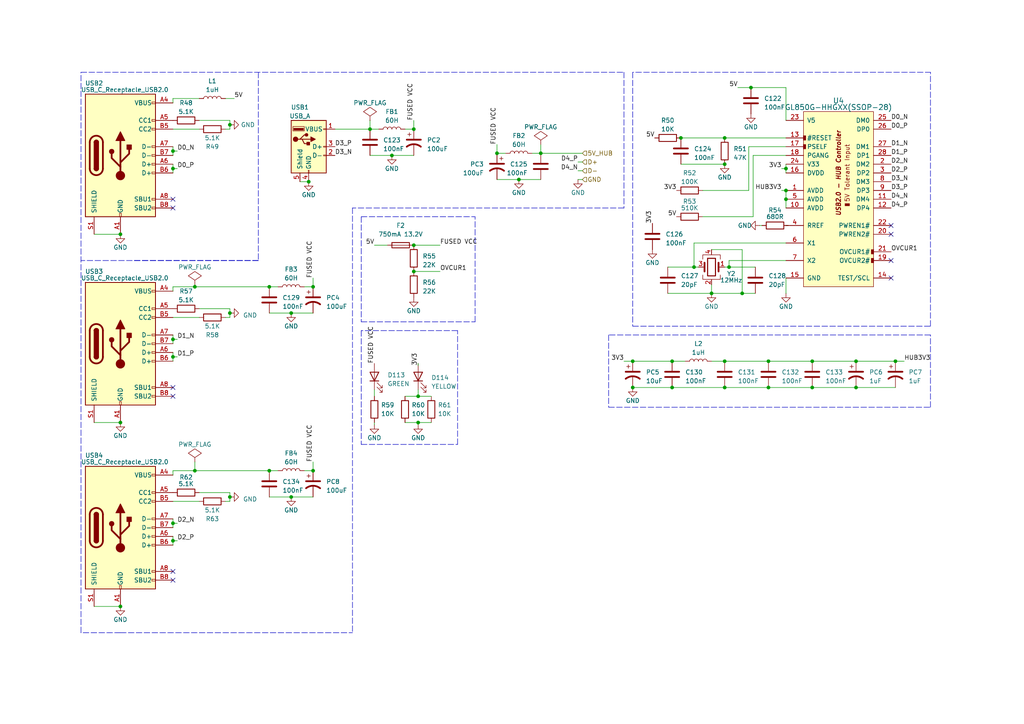
<source format=kicad_sch>
(kicad_sch (version 20230121) (generator eeschema)
  (paper "A4")
  (lib_symbols
    (symbol "Connector:USB_A" (pin_names (offset 1.016))
      (property "Reference" "J" (at -5.08 11.43 0))
      (property "Value" "USB_A" (at -5.08 8.89 0))
      (symbol "USB_A_0_1"
        (rectangle (start -5.08 -7.62) (end 5.08 7.62) (stroke (width 0.254)) (fill (type background)))
        (circle (center -3.81 2.159) (radius 0.635) (stroke (width 0.254)) (fill (type outline)))
        (rectangle (start -1.524 4.826) (end -4.318 5.334) (fill (type outline)))
        (rectangle (start -1.27 4.572) (end -4.572 5.842))
        (circle (center -0.635 3.429) (radius 0.381) (stroke (width 0.254)) (fill (type outline)))
        (rectangle (start -0.127 -7.62) (end 0.127 -6.858))
        (polyline (pts (xy -3.175 2.159) (xy -2.54 2.159) (xy -1.27 3.429) (xy -0.635 3.429)) (stroke (width 0.254)))
        (polyline (pts (xy -2.54 2.159) (xy -1.905 2.159) (xy -1.27 0.889) (xy 0 0.889)) (stroke (width 0.254)))
        (polyline (pts (xy 0.635 2.794) (xy 0.635 1.524) (xy 1.905 2.159) (xy 0.635 2.794)) (stroke (width 0.254)) (fill (type outline)))
        (rectangle (start 0.254 1.27) (end -0.508 0.508) (stroke (width 0.254)) (fill (type outline)))
        (rectangle (start 5.08 -2.667) (end 4.318 -2.413))
        (rectangle (start 5.08 -0.127) (end 4.318 0.127))
        (rectangle (start 5.08 4.953) (end 4.318 5.207))
      )
      (symbol "USB_A_1_1"
        (polyline (pts (xy -1.905 2.159) (xy 0.635 2.159)) (stroke (width 0.254)))
        (pin power_in line (at 7.62 5.08 180) (length 2.54) (name "VBUS") (number "1"))
        (pin bidirectional line (at 7.62 -2.54 180) (length 2.54) (name "D-") (number "2"))
        (pin bidirectional line (at 7.62 0 180) (length 2.54) (name "D+") (number "3"))
        (pin power_in line (at 0 -10.16 90) (length 2.54) (name "GND") (number "4"))
        (pin passive line (at -2.54 -10.16 90) (length 2.54) (name "Shield") (number "5"))
      )
    )
    (symbol "Connector:USB_C_Receptacle_USB2.0" (pin_names (offset 1.016))
      (property "Reference" "J" (at -10.16 19.05 0))
      (property "Value" "USB_C_Receptacle_USB2.0" (at 19.05 19.05 0))
      (symbol "USB_C_Receptacle_USB2.0_0_0"
        (rectangle (start -0.254 -17.78) (end 0.254 -16.764))
        (rectangle (start 10.16 -14.986) (end 9.144 -15.494))
        (rectangle (start 10.16 -12.446) (end 9.144 -12.954))
        (rectangle (start 10.16 -4.826) (end 9.144 -5.334))
        (rectangle (start 10.16 -2.286) (end 9.144 -2.794))
        (rectangle (start 10.16 0.254) (end 9.144 -0.254))
        (rectangle (start 10.16 2.794) (end 9.144 2.286))
        (rectangle (start 10.16 7.874) (end 9.144 7.366))
        (rectangle (start 10.16 10.414) (end 9.144 9.906))
        (rectangle (start 10.16 15.494) (end 9.144 14.986))
      )
      (symbol "USB_C_Receptacle_USB2.0_0_1"
        (rectangle (start -10.16 17.78) (end 10.16 -17.78) (stroke (width 0.254)) (fill (type background)))
        (arc (start -8.89 -3.81) (mid -6.985 -5.7067) (end -5.08 -3.81) (stroke (width 0.508)))
        (arc (start -7.62 -3.81) (mid -6.985 -4.4423) (end -6.35 -3.81) (stroke (width 0.254)))
        (arc (start -7.62 -3.81) (mid -6.985 -4.4423) (end -6.35 -3.81) (stroke (width 0.254)) (fill (type outline)))
        (rectangle (start -7.62 -3.81) (end -6.35 3.81) (stroke (width 0.254)) (fill (type outline)))
        (arc (start -6.35 3.81) (mid -6.985 4.4423) (end -7.62 3.81) (stroke (width 0.254)))
        (arc (start -6.35 3.81) (mid -6.985 4.4423) (end -7.62 3.81) (stroke (width 0.254)) (fill (type outline)))
        (arc (start -5.08 3.81) (mid -6.985 5.7067) (end -8.89 3.81) (stroke (width 0.508)))
        (circle (center -2.54 1.143) (radius 0.635) (stroke (width 0.254)) (fill (type outline)))
        (circle (center 0 -5.842) (radius 1.27) (fill (type outline)))
        (polyline (pts (xy -8.89 -3.81) (xy -8.89 3.81)) (stroke (width 0.508)))
        (polyline (pts (xy -5.08 3.81) (xy -5.08 -3.81)) (stroke (width 0.508)))
        (polyline (pts (xy 0 -5.842) (xy 0 4.318)) (stroke (width 0.508)))
        (polyline (pts (xy 0 -3.302) (xy -2.54 -0.762) (xy -2.54 0.508)) (stroke (width 0.508)))
        (polyline (pts (xy 0 -2.032) (xy 2.54 0.508) (xy 2.54 1.778)) (stroke (width 0.508)))
        (polyline (pts (xy -1.27 4.318) (xy 0 6.858) (xy 1.27 4.318) (xy -1.27 4.318)) (stroke (width 0.254)) (fill (type outline)))
        (rectangle (start 1.905 1.778) (end 3.175 3.048) (stroke (width 0.254)) (fill (type outline)))
      )
      (symbol "USB_C_Receptacle_USB2.0_1_1"
        (pin passive line (at 0 -22.86 90) (length 5.08) (name "GND") (number "A1"))
        (pin passive line (at 0 -22.86 90) (length 5.08) hide (name "GND") (number "A12"))
        (pin passive line (at 15.24 15.24 180) (length 5.08) (name "VBUS") (number "A4"))
        (pin bidirectional line (at 15.24 10.16 180) (length 5.08) (name "CC1") (number "A5"))
        (pin bidirectional line (at 15.24 -2.54 180) (length 5.08) (name "D+") (number "A6"))
        (pin bidirectional line (at 15.24 2.54 180) (length 5.08) (name "D-") (number "A7"))
        (pin bidirectional line (at 15.24 -12.7 180) (length 5.08) (name "SBU1") (number "A8"))
        (pin passive line (at 15.24 15.24 180) (length 5.08) hide (name "VBUS") (number "A9"))
        (pin passive line (at 0 -22.86 90) (length 5.08) hide (name "GND") (number "B1"))
        (pin passive line (at 0 -22.86 90) (length 5.08) hide (name "GND") (number "B12"))
        (pin passive line (at 15.24 15.24 180) (length 5.08) hide (name "VBUS") (number "B4"))
        (pin bidirectional line (at 15.24 7.62 180) (length 5.08) (name "CC2") (number "B5"))
        (pin bidirectional line (at 15.24 -5.08 180) (length 5.08) (name "D+") (number "B6"))
        (pin bidirectional line (at 15.24 0 180) (length 5.08) (name "D-") (number "B7"))
        (pin bidirectional line (at 15.24 -15.24 180) (length 5.08) (name "SBU2") (number "B8"))
        (pin passive line (at 15.24 15.24 180) (length 5.08) hide (name "VBUS") (number "B9"))
        (pin passive line (at -7.62 -22.86 90) (length 5.08) (name "SHIELD") (number "S1"))
      )
    )
    (symbol "Device:C" (pin_numbers hide) (pin_names (offset 0.254))
      (property "Reference" "C" (at 0.635 2.54 0))
      (property "Value" "C" (at 0.635 -2.54 0))
      (symbol "C_0_1"
        (polyline (pts (xy -2.032 -0.762) (xy 2.032 -0.762)) (stroke (width 0.508)))
        (polyline (pts (xy -2.032 0.762) (xy 2.032 0.762)) (stroke (width 0.508)))
      )
      (symbol "C_1_1"
        (pin passive line (at 0 3.81 270) (length 2.794) (name "~") (number "1"))
        (pin passive line (at 0 -3.81 90) (length 2.794) (name "~") (number "2"))
      )
    )
    (symbol "Device:C_Polarized_US" (pin_numbers hide) (pin_names (offset 0.254) hide)
      (property "Reference" "C" (at 0.635 2.54 0))
      (property "Value" "C_Polarized_US" (at 0.635 -2.54 0))
      (symbol "C_Polarized_US_0_1"
        (polyline (pts (xy -2.032 0.762) (xy 2.032 0.762)) (stroke (width 0.508)))
        (polyline (pts (xy -1.778 2.286) (xy -0.762 2.286)))
        (polyline (pts (xy -1.27 1.778) (xy -1.27 2.794)))
        (arc (start 2.032 -1.27) (mid 0 -0.5572) (end -2.032 -1.27) (stroke (width 0.508)))
      )
      (symbol "C_Polarized_US_1_1"
        (pin passive line (at 0 3.81 270) (length 2.794) (name "~") (number "1"))
        (pin passive line (at 0 -3.81 90) (length 3.302) (name "~") (number "2"))
      )
    )
    (symbol "Device:Crystal_GND24" (pin_names (offset 1.016) hide)
      (property "Reference" "Y" (at 3.175 5.08 0))
      (property "Value" "Crystal_GND24" (at 3.175 3.175 0))
      (symbol "Crystal_GND24_0_1"
        (rectangle (start -1.143 2.54) (end 1.143 -2.54) (stroke (width 0.3048)))
        (polyline (pts (xy -2.54 0) (xy -2.032 0)))
        (polyline (pts (xy -2.032 -1.27) (xy -2.032 1.27)) (stroke (width 0.508)))
        (polyline (pts (xy 0 -3.81) (xy 0 -3.556)))
        (polyline (pts (xy 0 3.556) (xy 0 3.81)))
        (polyline (pts (xy 2.032 -1.27) (xy 2.032 1.27)) (stroke (width 0.508)))
        (polyline (pts (xy 2.032 0) (xy 2.54 0)))
        (polyline (pts (xy -2.54 -2.286) (xy -2.54 -3.556) (xy 2.54 -3.556) (xy 2.54 -2.286)))
        (polyline (pts (xy -2.54 2.286) (xy -2.54 3.556) (xy 2.54 3.556) (xy 2.54 2.286)))
      )
      (symbol "Crystal_GND24_1_1"
        (pin passive line (at -3.81 0 0) (length 1.27) (name "1") (number "1"))
        (pin passive line (at 0 5.08 270) (length 1.27) (name "2") (number "2"))
        (pin passive line (at 3.81 0 180) (length 1.27) (name "3") (number "3"))
        (pin passive line (at 0 -5.08 90) (length 1.27) (name "4") (number "4"))
      )
    )
    (symbol "Device:Fuse" (pin_numbers hide) (pin_names (offset 0))
      (property "Reference" "F" (at 2.032 0 90))
      (property "Value" "Fuse" (at -1.905 0 90))
      (symbol "Fuse_0_1"
        (rectangle (start -0.762 -2.54) (end 0.762 2.54) (stroke (width 0.254)))
        (polyline (pts (xy 0 2.54) (xy 0 -2.54)))
      )
      (symbol "Fuse_1_1"
        (pin passive line (at 0 3.81 270) (length 1.27) (name "~") (number "1"))
        (pin passive line (at 0 -3.81 90) (length 1.27) (name "~") (number "2"))
      )
    )
    (symbol "Device:L" (pin_numbers hide) (pin_names (offset 1.016) hide)
      (property "Reference" "L" (at -1.27 0 90))
      (property "Value" "L" (at 1.905 0 90))
      (symbol "L_0_1"
        (arc (start 0 -2.54) (mid 0.6323 -1.905) (end 0 -1.27))
        (arc (start 0 -1.27) (mid 0.6323 -0.635) (end 0 0))
        (arc (start 0 0) (mid 0.6323 0.635) (end 0 1.27))
        (arc (start 0 1.27) (mid 0.6323 1.905) (end 0 2.54))
      )
      (symbol "L_1_1"
        (pin passive line (at 0 3.81 270) (length 1.27) (name "1") (number "1"))
        (pin passive line (at 0 -3.81 90) (length 1.27) (name "2") (number "2"))
      )
    )
    (symbol "Device:LED" (pin_numbers hide) (pin_names (offset 1.016) hide)
      (property "Reference" "D" (at 0 2.54 0))
      (property "Value" "LED" (at 0 -2.54 0))
      (symbol "LED_0_1"
        (polyline (pts (xy -1.27 -1.27) (xy -1.27 1.27)) (stroke (width 0.254)))
        (polyline (pts (xy -1.27 0) (xy 1.27 0)))
        (polyline (pts (xy 1.27 -1.27) (xy 1.27 1.27) (xy -1.27 0) (xy 1.27 -1.27)) (stroke (width 0.254)))
        (polyline (pts (xy -3.048 -0.762) (xy -4.572 -2.286) (xy -3.81 -2.286) (xy -4.572 -2.286) (xy -4.572 -1.524)))
        (polyline (pts (xy -1.778 -0.762) (xy -3.302 -2.286) (xy -2.54 -2.286) (xy -3.302 -2.286) (xy -3.302 -1.524)))
      )
      (symbol "LED_1_1"
        (pin passive line (at -3.81 0 0) (length 2.54) (name "K") (number "1"))
        (pin passive line (at 3.81 0 180) (length 2.54) (name "A") (number "2"))
      )
    )
    (symbol "Device:R" (pin_numbers hide) (pin_names (offset 0))
      (property "Reference" "R" (at 2.032 0 90))
      (property "Value" "R" (at 0 0 90))
      (symbol "R_0_1"
        (rectangle (start -1.016 -2.54) (end 1.016 2.54) (stroke (width 0.254)))
      )
      (symbol "R_1_1"
        (pin passive line (at 0 3.81 270) (length 1.27) (name "~") (number "1"))
        (pin passive line (at 0 -3.81 90) (length 1.27) (name "~") (number "2"))
      )
    )
    (symbol "OLIMEX_IC:GL850G-HHGXX(SSOP-28)" (pin_names (offset 1.016))
      (property "Reference" "U" (at 0 27.94 0))
      (property "Value" "GL850G-HHGXX(SSOP-28)" (at 0 -27.94 0))
      (symbol "GL850G-HHGXX(SSOP-28)_0_0"
        (rectangle (start -10.16 15.875) (end -9.525 14.605) (fill (type outline)))
        (rectangle (start -10.16 18.415) (end -9.525 17.145) (fill (type outline)))
        (rectangle (start 1.905 -1.905) (end 3.175 -1.27) (fill (type outline)))
        (rectangle (start 9.525 -17.145) (end 10.16 -18.415) (fill (type outline)))
        (rectangle (start 9.525 -14.605) (end 10.16 -15.875) (fill (type outline)))
        (text "5V Tolerant Input" (at 2.54 7.62 900) (effects (font (size 1.27 1.27))))
        (text "USB2.0 - HUB Controller" (at 0 7.62 900) (effects (font (size 1.27 1.27) bold italic)))
      )
      (symbol "GL850G-HHGXX(SSOP-28)_0_1"
        (rectangle (start -10.16 25.4) (end 10.16 -25.4) (fill (type background)))
      )
      (symbol "GL850G-HHGXX(SSOP-28)_1_1"
        (pin power_in line (at -15.24 2.54 0) (length 5.08) (name "AVDD") (number "1"))
        (pin power_in line (at -15.24 -2.54 0) (length 5.08) (name "AVDD") (number "10"))
        (pin bidirectional line (at 15.24 0 180) (length 5.08) (name "DM4") (number "11"))
        (pin bidirectional line (at 15.24 -2.54 180) (length 5.08) (name "DP4") (number "12"))
        (pin input line (at -15.24 17.78 0) (length 5.08) (name "#RESET") (number "13"))
        (pin input line (at 15.24 -22.86 180) (length 5.08) (name "TEST/SCL") (number "14"))
        (pin power_in line (at -15.24 -22.86 0) (length 5.08) (name "GND") (number "15"))
        (pin power_in line (at -15.24 7.62 0) (length 5.08) (name "DVDD") (number "16"))
        (pin input line (at -15.24 15.24 0) (length 5.08) (name "PSELF") (number "17"))
        (pin bidirectional line (at -15.24 12.7 0) (length 5.08) (name "PGANG") (number "18"))
        (pin bidirectional line (at 15.24 -17.78 180) (length 5.08) (name "OVCUR2#") (number "19"))
        (pin bidirectional line (at 15.24 10.16 180) (length 5.08) (name "DM2") (number "2"))
        (pin output line (at 15.24 -10.16 180) (length 5.08) (name "PWREN2#") (number "20"))
        (pin bidirectional line (at 15.24 -15.24 180) (length 5.08) (name "OVCUR1#") (number "21"))
        (pin output line (at 15.24 -7.62 180) (length 5.08) (name "PWREN1#") (number "22"))
        (pin power_in line (at -15.24 22.86 0) (length 5.08) (name "V5") (number "23"))
        (pin power_out line (at -15.24 10.16 0) (length 5.08) (name "V33") (number "24"))
        (pin bidirectional line (at 15.24 22.86 180) (length 5.08) (name "DM0") (number "25"))
        (pin bidirectional line (at 15.24 20.32 180) (length 5.08) (name "DP0") (number "26"))
        (pin bidirectional line (at 15.24 15.24 180) (length 5.08) (name "DM1") (number "27"))
        (pin bidirectional line (at 15.24 12.7 180) (length 5.08) (name "DP1") (number "28"))
        (pin bidirectional line (at 15.24 7.62 180) (length 5.08) (name "DP2") (number "3"))
        (pin bidirectional line (at -15.24 -7.62 0) (length 5.08) (name "RREF") (number "4"))
        (pin power_in line (at -15.24 0 0) (length 5.08) (name "AVDD") (number "5"))
        (pin input line (at -15.24 -12.7 0) (length 5.08) (name "X1") (number "6"))
        (pin output line (at -15.24 -17.78 0) (length 5.08) (name "X2") (number "7"))
        (pin bidirectional line (at 15.24 5.08 180) (length 5.08) (name "DM3") (number "8"))
        (pin bidirectional line (at 15.24 2.54 180) (length 5.08) (name "DP3") (number "9"))
      )
    )
    (symbol "OLIMEX_Power:GND" (power) (pin_names (offset 0))
      (property "Value" "GND" (at 0 -3.81 0))
      (symbol "GND_0_1"
        (polyline (pts (xy 0 0) (xy 0 -1.27) (xy 1.27 -1.27) (xy 0 -2.54) (xy -1.27 -1.27) (xy 0 -1.27)))
      )
      (symbol "GND_1_1"
        (pin power_in line (at 0 0 270) (length 0) hide (name "GND") (number "1"))
      )
    )
    (symbol "OLIMEX_Power:PWR_FLAG" (power) (pin_numbers hide) (pin_names (offset 0) hide)
      (property "Value" "PWR_FLAG" (at 0 4.572 0))
      (symbol "PWR_FLAG_0_0"
        (pin power_out line (at 0 0 90) (length 0) (name "pwr") (number "1"))
      )
      (symbol "PWR_FLAG_0_1"
        (polyline (pts (xy 0 0) (xy 0 1.27) (xy -1.905 2.54) (xy 0 3.81) (xy 1.905 2.54) (xy 0 1.27)))
      )
    )
    (symbol "power:GND" (power) (pin_names (offset 0))
      (property "Value" "GND" (at 0 -3.81 0))
      (symbol "GND_0_1"
        (polyline (pts (xy 0 0) (xy 0 -1.27) (xy 1.27 -1.27) (xy 0 -2.54) (xy -1.27 -1.27) (xy 0 -1.27)))
      )
      (symbol "GND_1_1"
        (pin power_in line (at 0 0 270) (length 0) hide (name "GND") (number "1"))
      )
    )
  )
  (junction (at 107.315 37.465) (diameter 0.9144))
  (junction (at 197.485 40.005) (diameter 0.9144))
  (junction (at 78.105 83.185) (diameter 0.9144))
  (junction (at 210.185 104.775) (diameter 0.9144))
  (junction (at 210.185 40.005) (diameter 0.9144))
  (junction (at 210.185 112.395) (diameter 0.9144))
  (junction (at 194.945 104.775) (diameter 0.9144))
  (junction (at 90.805 83.185) (diameter 0.9144))
  (junction (at 120.015 71.12) (diameter 0.9144))
  (junction (at 50.165 156.845) (diameter 0.9144))
  (junction (at 84.455 144.145) (diameter 0.9144))
  (junction (at 120.015 78.74) (diameter 0.9144))
  (junction (at 222.885 104.775) (diameter 0.9144))
  (junction (at 56.515 83.185) (diameter 0.9144))
  (junction (at 121.285 122.555))
  (junction (at 34.925 67.945))
  (junction (at 50.165 48.895) (diameter 0.9144))
  (junction (at 50.165 98.425) (diameter 0.9144))
  (junction (at 34.925 122.555))
  (junction (at 150.495 52.07) (diameter 0.9144))
  (junction (at 215.265 85.09))
  (junction (at 227.965 48.895) (diameter 0.9144))
  (junction (at 50.165 151.765) (diameter 0.9144))
  (junction (at 50.165 103.505) (diameter 0.9144))
  (junction (at 34.925 175.895))
  (junction (at 78.105 136.525) (diameter 0.9144))
  (junction (at 144.145 44.45) (diameter 0.9144))
  (junction (at 183.515 104.775) (diameter 0.9144))
  (junction (at 259.715 104.775) (diameter 0.9144))
  (junction (at 217.805 25.4))
  (junction (at 56.515 136.525) (diameter 0.9144))
  (junction (at 50.165 43.815) (diameter 0.9144))
  (junction (at 84.455 90.805) (diameter 0.9144))
  (junction (at 120.015 37.465) (diameter 0.9144))
  (junction (at 248.285 112.395) (diameter 0.9144))
  (junction (at 121.285 114.935))
  (junction (at 211.455 77.47))
  (junction (at 66.675 90.805) (diameter 0.9144))
  (junction (at 66.675 36.195))
  (junction (at 227.965 55.245))
  (junction (at 227.965 57.785) (diameter 0.9144))
  (junction (at 156.845 44.45) (diameter 0.9144))
  (junction (at 222.885 112.395) (diameter 0.9144))
  (junction (at 66.675 144.145) (diameter 0.9144))
  (junction (at 235.585 104.775) (diameter 0.9144))
  (junction (at 90.805 136.525) (diameter 0.9144))
  (junction (at 206.375 85.09))
  (junction (at 248.285 104.775) (diameter 0.9144))
  (junction (at 113.665 45.085) (diameter 0.9144))
  (junction (at 183.515 112.395) (diameter 0.9144))
  (junction (at 89.535 52.705))
  (junction (at 235.585 112.395) (diameter 0.9144))
  (junction (at 201.295 77.47))
  (junction (at 194.945 112.395) (diameter 0.9144))
  (junction (at 210.185 47.625))
  (no_connect (at 50.165 165.735))
  (no_connect (at 50.165 57.785))
  (no_connect (at 50.165 60.325))
  (no_connect (at 258.445 80.645))
  (no_connect (at 258.445 65.405))
  (no_connect (at 258.445 75.565))
  (no_connect (at 50.165 168.275))
  (no_connect (at 50.165 114.935))
  (no_connect (at 258.445 67.945))
  (no_connect (at 50.165 112.395))
  (wire (pts (xy 113.665 45.085) (xy 120.015 45.085)))
  (wire (pts (xy 203.835 62.865) (xy 218.44 62.865)))
  (wire (pts (xy 66.675 36.195) (xy 66.675 37.465)))
  (wire (pts (xy 156.845 44.45) (xy 168.91 44.45)))
  (wire (pts (xy 50.165 84.455) (xy 50.165 83.185)))
  (wire (pts (xy 226.695 48.895) (xy 227.965 48.895)))
  (polyline (pts (xy 220.345 20.955) (xy 269.875 20.955)) (stroke (width 0) (type dash)))
  (wire (pts (xy 88.265 136.525) (xy 90.805 136.525)))
  (wire (pts (xy 107.315 34.925) (xy 107.315 37.465)))
  (wire (pts (xy 50.165 151.765) (xy 51.435 151.765)))
  (wire (pts (xy 50.165 98.425) (xy 51.435 98.425)))
  (wire (pts (xy 90.805 133.985) (xy 90.805 136.525)))
  (wire (pts (xy 27.305 175.895) (xy 34.925 175.895)))
  (wire (pts (xy 217.805 25.4) (xy 227.965 25.4)))
  (wire (pts (xy 65.405 145.415) (xy 66.675 145.415)))
  (polyline (pts (xy 220.345 20.955) (xy 183.515 20.955)) (stroke (width 0) (type dash)))
  (wire (pts (xy 215.265 85.09) (xy 206.375 85.09)))
  (wire (pts (xy 156.845 44.45) (xy 154.305 44.45)))
  (polyline (pts (xy 180.975 60.325) (xy 102.235 60.325)) (stroke (width 0) (type dash)))
  (wire (pts (xy 56.515 133.985) (xy 56.515 136.525)))
  (wire (pts (xy 121.285 122.555) (xy 125.095 122.555)))
  (wire (pts (xy 78.105 136.525) (xy 80.645 136.525)))
  (polyline (pts (xy 183.515 20.955) (xy 183.515 94.615)) (stroke (width 0) (type dash)))
  (wire (pts (xy 194.945 112.395) (xy 210.185 112.395)))
  (polyline (pts (xy 104.775 95.885) (xy 104.775 128.905)) (stroke (width 0) (type dash)))
  (wire (pts (xy 50.165 150.495) (xy 50.165 151.765)))
  (wire (pts (xy 248.285 112.395) (xy 259.715 112.395)))
  (wire (pts (xy 50.165 43.815) (xy 51.435 43.815)))
  (wire (pts (xy 88.265 83.185) (xy 90.805 83.185)))
  (wire (pts (xy 201.295 77.47) (xy 202.565 77.47)))
  (wire (pts (xy 78.105 144.145) (xy 84.455 144.145)))
  (wire (pts (xy 197.485 40.005) (xy 210.185 40.005)))
  (wire (pts (xy 227.965 57.785) (xy 227.965 60.325)))
  (polyline (pts (xy 176.53 97.155) (xy 176.53 118.11)) (stroke (width 0) (type dash)))
  (wire (pts (xy 227.965 70.485) (xy 201.295 70.485)))
  (polyline (pts (xy 104.775 62.865) (xy 137.795 62.865)) (stroke (width 0) (type dash)))
  (wire (pts (xy 227.965 48.895) (xy 227.965 50.165)))
  (wire (pts (xy 210.185 104.775) (xy 222.885 104.775)))
  (wire (pts (xy 206.375 72.39) (xy 215.265 72.39)))
  (wire (pts (xy 215.265 85.09) (xy 219.075 85.09)))
  (wire (pts (xy 57.785 89.535) (xy 66.675 89.535)))
  (wire (pts (xy 27.305 67.945) (xy 34.925 67.945)))
  (wire (pts (xy 203.835 55.245) (xy 217.17 55.245)))
  (polyline (pts (xy 23.495 20.955) (xy 180.975 20.955)) (stroke (width 0) (type dash)))
  (wire (pts (xy 50.165 103.505) (xy 50.165 104.775)))
  (wire (pts (xy 167.64 46.99) (xy 168.91 46.99)))
  (wire (pts (xy 107.315 45.085) (xy 113.665 45.085)))
  (wire (pts (xy 201.295 70.485) (xy 201.295 77.47)))
  (wire (pts (xy 65.405 37.465) (xy 66.675 37.465)))
  (wire (pts (xy 121.285 113.03) (xy 121.285 114.935)))
  (wire (pts (xy 210.185 77.47) (xy 211.455 77.47)))
  (wire (pts (xy 50.165 92.075) (xy 57.785 92.075)))
  (wire (pts (xy 120.015 71.12) (xy 127.635 71.12)))
  (wire (pts (xy 50.165 145.415) (xy 57.785 145.415)))
  (polyline (pts (xy 183.515 94.615) (xy 269.875 94.615)) (stroke (width 0) (type dash)))
  (wire (pts (xy 66.675 34.925) (xy 66.675 36.195)))
  (polyline (pts (xy 104.775 128.905) (xy 132.715 128.905)) (stroke (width 0) (type dash)))
  (wire (pts (xy 66.675 144.145) (xy 66.675 145.415)))
  (wire (pts (xy 259.715 104.775) (xy 262.255 104.775)))
  (wire (pts (xy 248.285 104.775) (xy 259.715 104.775)))
  (wire (pts (xy 50.165 102.235) (xy 50.165 103.505)))
  (wire (pts (xy 210.185 112.395) (xy 222.885 112.395)))
  (wire (pts (xy 180.975 104.775) (xy 183.515 104.775)))
  (wire (pts (xy 78.105 83.185) (xy 80.645 83.185)))
  (wire (pts (xy 50.165 97.155) (xy 50.165 98.425)))
  (wire (pts (xy 121.285 122.555) (xy 121.285 123.19)))
  (polyline (pts (xy 269.875 97.155) (xy 176.53 97.155)) (stroke (width 0) (type dash)))
  (wire (pts (xy 50.165 43.815) (xy 50.165 45.085)))
  (wire (pts (xy 65.405 28.575) (xy 67.945 28.575)))
  (polyline (pts (xy 34.925 183.515) (xy 102.235 183.515)) (stroke (width 0) (type dash)))
  (wire (pts (xy 50.165 155.575) (xy 50.165 156.845)))
  (wire (pts (xy 50.165 37.465) (xy 57.785 37.465)))
  (polyline (pts (xy 132.715 95.885) (xy 104.775 95.885)) (stroke (width 0) (type dash)))
  (wire (pts (xy 218.44 62.865) (xy 218.44 45.085)))
  (polyline (pts (xy 74.93 75.565) (xy 38.735 75.565)) (stroke (width 0) (type dash)))
  (wire (pts (xy 66.675 142.875) (xy 66.675 144.145)))
  (wire (pts (xy 156.845 41.91) (xy 156.845 44.45)))
  (wire (pts (xy 120.015 34.925) (xy 120.015 37.465)))
  (polyline (pts (xy 176.53 118.11) (xy 269.875 118.11)) (stroke (width 0) (type dash)))
  (wire (pts (xy 167.64 52.07) (xy 168.91 52.07)))
  (wire (pts (xy 50.165 47.625) (xy 50.165 48.895)))
  (polyline (pts (xy 104.775 93.345) (xy 137.795 93.345)) (stroke (width 0) (type dash)))
  (wire (pts (xy 50.165 156.845) (xy 51.435 156.845)))
  (polyline (pts (xy 132.715 128.905) (xy 132.715 95.885)) (stroke (width 0) (type dash)))
  (wire (pts (xy 50.165 42.545) (xy 50.165 43.815)))
  (polyline (pts (xy 137.795 93.345) (xy 137.795 62.865)) (stroke (width 0) (type dash)))
  (wire (pts (xy 50.165 28.575) (xy 50.165 29.845)))
  (polyline (pts (xy 269.875 118.11) (xy 269.875 97.155)) (stroke (width 0) (type dash)))
  (wire (pts (xy 84.455 144.145) (xy 90.805 144.145)))
  (wire (pts (xy 66.675 89.535) (xy 66.675 90.805)))
  (wire (pts (xy 227.965 75.565) (xy 211.455 75.565)))
  (wire (pts (xy 218.44 45.085) (xy 227.965 45.085)))
  (polyline (pts (xy 269.875 94.615) (xy 269.875 20.955)) (stroke (width 0) (type dash)))
  (wire (pts (xy 50.165 48.895) (xy 51.435 48.895)))
  (wire (pts (xy 235.585 112.395) (xy 248.285 112.395)))
  (wire (pts (xy 117.475 122.555) (xy 121.285 122.555)))
  (wire (pts (xy 210.185 40.005) (xy 227.965 40.005)))
  (polyline (pts (xy 34.925 183.515) (xy 23.495 183.515)) (stroke (width 0) (type dash)))
  (wire (pts (xy 57.785 34.925) (xy 66.675 34.925)))
  (wire (pts (xy 121.285 114.935) (xy 125.095 114.935)))
  (wire (pts (xy 90.805 80.645) (xy 90.805 83.185)))
  (wire (pts (xy 78.105 90.805) (xy 84.455 90.805)))
  (wire (pts (xy 183.515 112.395) (xy 194.945 112.395)))
  (wire (pts (xy 194.945 104.775) (xy 198.755 104.775)))
  (wire (pts (xy 156.845 52.07) (xy 150.495 52.07)))
  (polyline (pts (xy 104.775 62.865) (xy 104.775 93.345)) (stroke (width 0) (type dash)))
  (wire (pts (xy 97.155 37.465) (xy 107.315 37.465)))
  (wire (pts (xy 222.885 104.775) (xy 235.585 104.775)))
  (wire (pts (xy 227.965 25.4) (xy 227.965 34.925)))
  (polyline (pts (xy 74.93 20.955) (xy 74.93 75.565)) (stroke (width 0) (type dash)))
  (wire (pts (xy 183.515 104.775) (xy 194.945 104.775)))
  (wire (pts (xy 65.405 92.075) (xy 66.675 92.075)))
  (wire (pts (xy 227.965 47.625) (xy 227.965 48.895)))
  (wire (pts (xy 57.785 142.875) (xy 66.675 142.875)))
  (wire (pts (xy 50.165 98.425) (xy 50.165 99.695)))
  (wire (pts (xy 50.165 151.765) (xy 50.165 153.035)))
  (wire (pts (xy 206.375 85.09) (xy 193.675 85.09)))
  (polyline (pts (xy 23.495 183.515) (xy 23.495 20.955)) (stroke (width 0) (type dash)))
  (polyline (pts (xy 102.235 60.325) (xy 102.235 183.515)) (stroke (width 0) (type dash)))
  (wire (pts (xy 50.165 83.185) (xy 56.515 83.185)))
  (wire (pts (xy 117.475 114.935) (xy 121.285 114.935)))
  (wire (pts (xy 211.455 77.47) (xy 219.075 77.47)))
  (wire (pts (xy 227.965 55.245) (xy 227.965 57.785)))
  (wire (pts (xy 56.515 136.525) (xy 78.105 136.525)))
  (wire (pts (xy 50.165 136.525) (xy 56.515 136.525)))
  (wire (pts (xy 215.265 72.39) (xy 215.265 85.09)))
  (wire (pts (xy 226.695 55.245) (xy 227.965 55.245)))
  (wire (pts (xy 50.165 137.795) (xy 50.165 136.525)))
  (wire (pts (xy 167.64 49.53) (xy 168.91 49.53)))
  (wire (pts (xy 50.165 48.895) (xy 50.165 50.165)))
  (wire (pts (xy 56.515 82.55) (xy 56.515 83.185)))
  (wire (pts (xy 121.285 105.41) (xy 121.285 106.045)))
  (wire (pts (xy 27.305 122.555) (xy 34.925 122.555)))
  (wire (pts (xy 211.455 75.565) (xy 211.455 77.47)))
  (wire (pts (xy 86.995 52.705) (xy 89.535 52.705)))
  (wire (pts (xy 193.675 77.47) (xy 201.295 77.47)))
  (wire (pts (xy 228.6 65.405) (xy 227.965 65.405)))
  (wire (pts (xy 197.485 47.625) (xy 210.185 47.625)))
  (wire (pts (xy 220.98 65.405) (xy 220.345 65.405)))
  (wire (pts (xy 150.495 52.07) (xy 144.145 52.07)))
  (wire (pts (xy 108.585 122.555) (xy 108.585 123.19)))
  (wire (pts (xy 50.165 28.575) (xy 57.785 28.575)))
  (wire (pts (xy 84.455 90.805) (xy 90.805 90.805)))
  (wire (pts (xy 235.585 104.775) (xy 248.285 104.775)))
  (polyline (pts (xy 74.93 75.565) (xy 23.495 75.565)) (stroke (width 0) (type dash)))
  (wire (pts (xy 217.17 42.545) (xy 227.965 42.545)))
  (wire (pts (xy 117.475 37.465) (xy 120.015 37.465)))
  (wire (pts (xy 146.685 44.45) (xy 144.145 44.45)))
  (wire (pts (xy 206.375 82.55) (xy 206.375 85.09)))
  (wire (pts (xy 108.585 114.935) (xy 108.585 113.03)))
  (wire (pts (xy 50.165 103.505) (xy 51.435 103.505)))
  (wire (pts (xy 50.165 156.845) (xy 50.165 158.115)))
  (wire (pts (xy 144.145 41.91) (xy 144.145 44.45)))
  (wire (pts (xy 120.015 78.74) (xy 127.635 78.74)))
  (wire (pts (xy 213.995 25.4) (xy 217.805 25.4)))
  (wire (pts (xy 227.965 80.645) (xy 227.965 85.09)))
  (wire (pts (xy 66.675 90.805) (xy 66.675 92.075)))
  (wire (pts (xy 107.315 37.465) (xy 109.855 37.465)))
  (wire (pts (xy 222.885 112.395) (xy 235.585 112.395)))
  (wire (pts (xy 56.515 83.185) (xy 78.105 83.185)))
  (wire (pts (xy 108.585 71.12) (xy 112.395 71.12)))
  (wire (pts (xy 206.375 104.775) (xy 210.185 104.775)))
  (wire (pts (xy 217.17 55.245) (xy 217.17 42.545)))
  (polyline (pts (xy 180.975 20.955) (xy 180.975 60.325)) (stroke (width 0) (type dash)))
  (label "3V3" (at 196.215 55.245 180))
  (label "5V" (at 108.585 71.12 180))
  (label "HUB3V3" (at 226.695 55.245 180))
  (label "FUSED VCC" (at 127.635 71.12 0))
  (label "3V3" (at 180.975 104.775 180))
  (label "D3_N" (at 97.155 45.085 0))
  (label "D1_N" (at 258.445 42.545 0))
  (label "D4_N" (at 258.445 57.785 0))
  (label "3V3" (at 189.23 64.77 90))
  (label "D4_P" (at 167.64 46.99 180))
  (label "OVCUR1" (at 258.445 73.025 0))
  (label "D0_P" (at 258.445 37.465 0))
  (label "5V" (at 213.995 25.4 180))
  (label "FUSED VCC" (at 144.145 41.91 90))
  (label "5V" (at 196.215 62.865 180))
  (label "D3_P" (at 258.445 55.245 0))
  (label "5V" (at 67.945 28.575 0))
  (label "D2_N" (at 51.435 151.765 0))
  (label "OVCUR1" (at 127.635 78.74 0))
  (label "3V3" (at 121.285 106.045 90))
  (label "D4_P" (at 258.445 60.325 0))
  (label "HUB3V3" (at 262.255 104.775 0))
  (label "D1_N" (at 51.435 98.425 0))
  (label "FUSED VCC" (at 108.585 105.41 90))
  (label "3V3" (at 226.695 48.895 180))
  (label "D3_P" (at 97.155 42.545 0))
  (label "D0_N" (at 258.445 34.925 0))
  (label "D2_P" (at 258.445 50.165 0))
  (label "D0_P" (at 51.435 48.895 0))
  (label "D3_N" (at 258.445 52.705 0))
  (label "FUSED VCC" (at 90.805 80.645 90))
  (label "D1_P" (at 258.445 45.085 0))
  (label "D2_N" (at 258.445 47.625 0))
  (label "D4_N" (at 167.64 49.53 180))
  (label "D0_N" (at 51.435 43.815 0))
  (label "FUSED VCC" (at 120.015 34.925 90))
  (label "5V" (at 189.865 40.005 180))
  (label "D1_P" (at 51.435 103.505 0))
  (label "FUSED VCC" (at 90.805 133.985 90))
  (label "D2_P" (at 51.435 156.845 0))
  (hierarchical_label "D-" (shape input) (at 168.91 49.53 0))
  (hierarchical_label "D+" (shape input) (at 168.91 46.99 0))
  (hierarchical_label "5V_HUB" (shape input) (at 168.91 44.45 0))
  (hierarchical_label "GND" (shape input) (at 168.91 52.07 0))
  (symbol (lib_id "OLIMEX_Power:GND") (at 121.285 123.19 0) (unit 1)
    (property "Reference" "#PWR0286" (effects hide))
    (property "Value" "GND" (at 121.285 127 0))
  )
  (symbol (lib_id "Device:L") (at 113.665 37.465 90) (unit 1)
    (property "Reference" "FB1" (at 113.665 32.385 90))
    (property "Value" "60H" (at 113.665 34.925 90))
    (property "Footprint" "Inductor_SMD:L_0805_2012Metric" (effects hide))
  )
  (symbol (lib_id "OLIMEX_Power:GND") (at 66.675 36.195 90) (unit 1)
    (property "Reference" "#PWR0269" (effects hide))
    (property "Value" "GND" (at 69.85 36.1949 90) (effects (justify right)))
  )
  (symbol (lib_id "OLIMEX_Power:GND") (at 66.675 90.805 90) (unit 1)
    (property "Reference" "#PWR0281" (effects hide))
    (property "Value" "GND" (at 70.485 91.4399 90) (effects (justify right)))
  )
  (symbol (lib_id "Device:C") (at 219.075 81.28 0) (unit 1)
    (property "Reference" "C128" (at 222.885 80.01 0) (effects (justify left)))
    (property "Value" "20pF" (at 222.885 82.55 0) (effects (justify left)))
    (property "Footprint" "Capacitor_SMD:C_0603_1608Metric" (effects hide))
  )
  (symbol (lib_id "Device:LED") (at 108.585 109.22 90) (unit 1)
    (property "Reference" "D113" (at 112.395 108.7754 90) (effects (justify right)))
    (property "Value" "GREEN" (at 112.395 111.3154 90) (effects (justify right)))
    (property "Footprint" "LED_SMD:LED_0805_2012Metric" (effects hide))
  )
  (symbol (lib_id "OLIMEX_Power:GND") (at 34.925 67.945 0) (unit 1)
    (property "Reference" "#PWR0276" (effects hide))
    (property "Value" "GND" (at 34.925 71.755 0))
  )
  (symbol (lib_id "Device:R") (at 108.585 118.745 0) (unit 1)
    (property "Reference" "R59" (at 110.49 117.4749 0) (effects (justify left)))
    (property "Value" "10K" (at 110.49 120.0149 0) (effects (justify left)))
    (property "Footprint" "Resistor_SMD:R_0603_1608Metric" (effects hide))
  )
  (symbol (lib_id "Device:L") (at 84.455 83.185 90) (unit 1)
    (property "Reference" "FB3" (at 84.455 78.105 90))
    (property "Value" "60H" (at 84.455 80.645 90))
    (property "Footprint" "Inductor_SMD:L_0805_2012Metric" (effects hide))
  )
  (symbol (lib_id "Device:L") (at 61.595 28.575 90) (unit 1)
    (property "Reference" "L1" (at 61.595 23.495 90))
    (property "Value" "1uH" (at 61.595 26.035 90))
    (property "Footprint" "Inductor_SMD:L_0805_2012Metric" (effects hide))
  )
  (symbol (lib_id "Device:C") (at 78.105 140.335 0) (unit 1)
    (property "Reference" "C134" (at 81.915 139.6999 0) (effects (justify left)))
    (property "Value" "100nF" (at 81.915 142.2399 0) (effects (justify left)))
    (property "Footprint" "Capacitor_SMD:C_0603_1608Metric" (effects hide))
  )
  (symbol (lib_id "Device:L") (at 202.565 104.775 90) (unit 1)
    (property "Reference" "L2" (at 202.565 99.695 90))
    (property "Value" "1uH" (at 202.565 102.235 90))
    (property "Footprint" "Inductor_SMD:L_0805_2012Metric" (effects hide))
  )
  (symbol (lib_id "Device:C") (at 222.885 108.585 0) (unit 1)
    (property "Reference" "C132" (at 226.695 107.9499 0) (effects (justify left)))
    (property "Value" "100nF" (at 226.695 110.4899 0) (effects (justify left)))
    (property "Footprint" "Capacitor_SMD:C_0603_1608Metric" (effects hide))
  )
  (symbol (lib_id "Device:C_Polarized_US") (at 90.805 140.335 0) (unit 1)
    (property "Reference" "PC8" (at 94.615 139.6999 0) (effects (justify left)))
    (property "Value" "100uF" (at 94.615 142.2399 0) (effects (justify left)))
    (property "Footprint" "Capacitor_SMD:CP_Elec_6.3x5.7" (effects hide))
  )
  (symbol (lib_id "OLIMEX_Power:GND") (at 84.455 90.805 0) (unit 1)
    (property "Reference" "#PWR0282" (effects hide))
    (property "Value" "GND" (at 84.455 94.615 0))
  )
  (symbol (lib_id "OLIMEX_Power:GND") (at 113.665 45.085 0) (unit 1)
    (property "Reference" "#PWR0270" (effects hide))
    (property "Value" "GND" (at 113.665 48.895 0))
  )
  (symbol (lib_id "Device:C") (at 197.485 43.815 0) (unit 1)
    (property "Reference" "C124" (at 201.295 43.1799 0) (effects (justify left)))
    (property "Value" "100nF" (at 201.295 45.7199 0) (effects (justify left)))
    (property "Footprint" "Capacitor_SMD:C_0603_1608Metric" (effects hide))
  )
  (symbol (lib_id "Device:R") (at 193.675 40.005 90) (unit 1)
    (property "Reference" "R50" (at 193.675 34.925 90))
    (property "Value" "10K" (at 193.675 37.465 90))
    (property "Footprint" "Resistor_SMD:R_0603_1608Metric" (effects hide))
  )
  (symbol (lib_id "Device:L") (at 84.455 136.525 90) (unit 1)
    (property "Reference" "FB4" (at 84.455 131.445 90))
    (property "Value" "60H" (at 84.455 133.985 90))
    (property "Footprint" "Inductor_SMD:L_0805_2012Metric" (effects hide))
  )
  (symbol (lib_id "Device:C") (at 78.105 86.995 0) (unit 1)
    (property "Reference" "C129" (at 81.915 86.3599 0) (effects (justify left)))
    (property "Value" "100nF" (at 81.915 88.8999 0) (effects (justify left)))
    (property "Footprint" "Capacitor_SMD:C_0603_1608Metric" (effects hide))
  )
  (symbol (lib_id "OLIMEX_Power:PWR_FLAG") (at 56.515 82.55 0) (unit 1)
    (property "Reference" "#FLG03" (effects hide))
    (property "Value" "PWR_FLAG" (at 56.515 77.47 0))
  )
  (symbol (lib_id "Device:R") (at 120.015 82.55 0) (unit 1)
    (property "Reference" "R56" (at 122.555 81.9149 0) (effects (justify left)))
    (property "Value" "22K" (at 122.555 84.4549 0) (effects (justify left)))
    (property "Footprint" "Resistor_SMD:R_0603_1608Metric" (effects hide))
  )
  (symbol (lib_id "Connector:USB_A") (at 89.535 42.545 0) (unit 1)
    (property "Reference" "USB1" (at 86.995 31.115 0))
    (property "Value" "USB_A" (at 86.995 33.655 0))
    (property "Footprint" "Connector_USB:USB_A_Molex_67643_Horizontal" (effects hide))
    (property "Datasheet" " ~" (effects hide))
  )
  (symbol (lib_id "Device:C_Polarized_US") (at 259.715 108.585 0) (unit 1)
    (property "Reference" "PC7" (at 263.525 107.9499 0) (effects (justify left)))
    (property "Value" "1uF" (at 263.525 110.4899 0) (effects (justify left)))
    (property "Footprint" "Capacitor_SMD:CP_Elec_6.3x5.7" (effects hide))
  )
  (symbol (lib_id "OLIMEX_Power:PWR_FLAG") (at 56.515 133.985 0) (unit 1)
    (property "Reference" "#FLG04" (effects hide))
    (property "Value" "PWR_FLAG" (at 56.515 128.905 0))
  )
  (symbol (lib_id "OLIMEX_Power:GND") (at 34.925 122.555 0) (unit 1)
    (property "Reference" "#PWR0284" (effects hide))
    (property "Value" "GND" (at 34.925 126.365 0))
  )
  (symbol (lib_id "Device:C_Polarized_US") (at 120.015 41.275 0) (unit 1)
    (property "Reference" "PC2" (at 123.825 40.6399 0) (effects (justify left)))
    (property "Value" "100uF" (at 123.825 43.1799 0) (effects (justify left)))
    (property "Footprint" "Capacitor_SMD:CP_Elec_6.3x5.7" (effects hide))
  )
  (symbol (lib_id "Device:C") (at 156.845 48.26 0) (mirror y) (unit 1)
    (property "Reference" "C125" (at 153.035 47.6249 0) (effects (justify left)))
    (property "Value" "100nF" (at 153.035 50.1649 0) (effects (justify left)))
    (property "Footprint" "Capacitor_SMD:C_0603_1608Metric" (effects hide))
  )
  (symbol (lib_id "Device:R") (at 53.975 89.535 90) (unit 1)
    (property "Reference" "R57" (at 53.975 84.455 90))
    (property "Value" "5.1K" (at 53.975 86.995 90))
    (property "Footprint" "Resistor_SMD:R_0603_1608Metric" (effects hide))
  )
  (symbol (lib_id "OLIMEX_Power:GND") (at 220.345 65.405 270) (unit 1)
    (property "Reference" "#PWR0275" (effects hide))
    (property "Value" "GND" (at 213.995 65.405 90) (effects (justify left)))
  )
  (symbol (lib_id "Device:R") (at 61.595 92.075 90) (unit 1)
    (property "Reference" "R58" (at 61.595 97.155 90))
    (property "Value" "5.1K" (at 61.595 94.615 90))
    (property "Footprint" "Resistor_SMD:R_0603_1608Metric" (effects hide))
  )
  (symbol (lib_id "OLIMEX_Power:GND") (at 108.585 123.19 0) (unit 1)
    (property "Reference" "#PWR0285" (effects hide))
    (property "Value" "GND" (at 108.585 127 0))
  )
  (symbol (lib_id "Device:C_Polarized_US") (at 90.805 86.995 0) (unit 1)
    (property "Reference" "PC4" (at 94.615 86.3599 0) (effects (justify left)))
    (property "Value" "100uF" (at 94.615 88.8999 0) (effects (justify left)))
    (property "Footprint" "Capacitor_SMD:CP_Elec_6.3x5.7" (effects hide))
  )
  (symbol (lib_id "OLIMEX_Power:GND") (at 150.495 52.07 0) (mirror y) (unit 1)
    (property "Reference" "#PWR0272" (effects hide))
    (property "Value" "GND" (at 150.495 55.88 0))
  )
  (symbol (lib_id "OLIMEX_Power:GND") (at 66.675 144.145 90) (unit 1)
    (property "Reference" "#PWR0287" (effects hide))
    (property "Value" "GND" (at 70.485 144.7799 90) (effects (justify right)))
  )
  (symbol (lib_id "Device:C_Polarized_US") (at 144.145 48.26 0) (mirror y) (unit 1)
    (property "Reference" "PC3" (at 140.335 47.6249 0) (effects (justify left)))
    (property "Value" "100uF" (at 140.335 50.1649 0) (effects (justify left)))
    (property "Footprint" "Capacitor_SMD:CP_Elec_6.3x5.7" (effects hide))
  )
  (symbol (lib_id "Device:C_Polarized_US") (at 183.515 108.585 0) (unit 1)
    (property "Reference" "PC5" (at 187.325 107.9499 0) (effects (justify left)))
    (property "Value" "10uF" (at 187.325 110.4899 0) (effects (justify left)))
    (property "Footprint" "Capacitor_SMD:CP_Elec_6.3x5.7" (effects hide))
  )
  (symbol (lib_id "OLIMEX_Power:GND") (at 84.455 144.145 0) (unit 1)
    (property "Reference" "#PWR0288" (effects hide))
    (property "Value" "GND" (at 84.455 147.955 0))
  )
  (symbol (lib_id "Device:R") (at 53.975 142.875 90) (unit 1)
    (property "Reference" "R62" (at 53.975 138.43 90))
    (property "Value" "5.1K" (at 53.975 140.335 90))
    (property "Footprint" "Resistor_SMD:R_0603_1608Metric" (effects hide))
  )
  (symbol (lib_id "Device:R") (at 125.095 118.745 0) (unit 1)
    (property "Reference" "R61" (at 127 117.4749 0) (effects (justify left)))
    (property "Value" "10K" (at 127 120.0149 0) (effects (justify left)))
    (property "Footprint" "Resistor_SMD:R_0603_1608Metric" (effects hide))
  )
  (symbol (lib_id "Device:C") (at 189.23 68.58 0) (unit 1)
    (property "Reference" "C126" (at 193.04 67.9449 0) (effects (justify left)))
    (property "Value" "100nF" (at 193.04 70.4849 0) (effects (justify left)))
    (property "Footprint" "Capacitor_SMD:C_0603_1608Metric" (effects hide))
  )
  (symbol (lib_id "Connector:USB_C_Receptacle_USB2.0") (at 34.925 45.085 0) (unit 1)
    (property "Reference" "USB2" (at 27.305 24.13 0))
    (property "Value" "USB_C_Receptacle_USB2.0" (at 36.195 26.035 0))
    (property "Footprint" "Connector_USB:USB_C_Receptacle_Palconn_UTC16-G" (effects hide))
    (property "Datasheet" "https://www.usb.org/sites/default/files/documents/usb_type-c.zip" (effects hide))
  )
  (symbol (lib_id "OLIMEX_Power:PWR_FLAG") (at 156.845 41.91 0) (mirror y) (unit 1)
    (property "Reference" "#FLG02" (effects hide))
    (property "Value" "PWR_FLAG" (at 156.845 36.83 0))
  )
  (symbol (lib_id "Device:R") (at 61.595 145.415 90) (unit 1)
    (property "Reference" "R63" (at 61.595 150.495 90))
    (property "Value" "5.1K" (at 61.595 147.955 90))
    (property "Footprint" "Resistor_SMD:R_0603_1608Metric" (effects hide))
  )
  (symbol (lib_id "OLIMEX_Power:PWR_FLAG") (at 107.315 34.925 0) (unit 1)
    (property "Reference" "#FLG01" (effects hide))
    (property "Value" "PWR_FLAG" (at 107.315 29.845 0))
  )
  (symbol (lib_id "OLIMEX_Power:GND") (at 167.64 52.07 0) (unit 1)
    (property "Reference" "#PWR0273" (effects hide))
    (property "Value" "GND" (at 167.64 55.88 0))
  )
  (symbol (lib_id "Device:C") (at 107.315 41.275 0) (unit 1)
    (property "Reference" "C123" (at 111.125 40.6399 0) (effects (justify left)))
    (property "Value" "100nF" (at 111.125 43.1799 0) (effects (justify left)))
    (property "Footprint" "Capacitor_SMD:C_0603_1608Metric" (effects hide))
  )
  (symbol (lib_id "Device:R") (at 53.975 34.925 90) (unit 1)
    (property "Reference" "R48" (at 53.975 29.845 90))
    (property "Value" "5.1K" (at 53.975 32.385 90))
    (property "Footprint" "Resistor_SMD:R_0603_1608Metric" (effects hide))
  )
  (symbol (lib_id "Device:C") (at 194.945 108.585 0) (unit 1)
    (property "Reference" "C130" (at 198.755 107.9499 0) (effects (justify left)))
    (property "Value" "100nF" (at 198.755 110.4899 0) (effects (justify left)))
    (property "Footprint" "Capacitor_SMD:C_0603_1608Metric" (effects hide))
  )
  (symbol (lib_id "Device:R") (at 210.185 43.815 0) (unit 1)
    (property "Reference" "R51" (at 212.725 43.1799 0) (effects (justify left)))
    (property "Value" "47K" (at 212.725 45.7199 0) (effects (justify left)))
    (property "Footprint" "Resistor_SMD:R_0603_1608Metric" (effects hide))
  )
  (symbol (lib_id "OLIMEX_Power:GND") (at 210.185 47.625 0) (unit 1)
    (property "Reference" "#PWR0271" (effects hide))
    (property "Value" "GND" (at 210.185 51.435 0))
  )
  (symbol (lib_id "Device:R") (at 117.475 118.745 0) (unit 1)
    (property "Reference" "R60" (at 119.38 117.4749 0) (effects (justify left)))
    (property "Value" "10K" (at 119.38 120.015 0) (effects (justify left)))
    (property "Footprint" "Resistor_SMD:R_0603_1608Metric" (effects hide))
  )
  (symbol (lib_id "Device:C") (at 217.805 29.21 0) (unit 1)
    (property "Reference" "C122" (at 221.615 28.5749 0) (effects (justify left)))
    (property "Value" "100nF" (at 221.615 31.1149 0) (effects (justify left)))
    (property "Footprint" "Capacitor_SMD:C_0603_1608Metric" (effects hide))
  )
  (symbol (lib_id "Device:C") (at 210.185 108.585 0) (unit 1)
    (property "Reference" "C131" (at 213.995 107.9499 0) (effects (justify left)))
    (property "Value" "100nF" (at 213.995 110.4899 0) (effects (justify left)))
    (property "Footprint" "Capacitor_SMD:C_0603_1608Metric" (effects hide))
  )
  (symbol (lib_id "OLIMEX_Power:GND") (at 183.515 112.395 0) (unit 1)
    (property "Reference" "#PWR0283" (effects hide))
    (property "Value" "GND" (at 183.515 116.205 0))
  )
  (symbol (lib_id "OLIMEX_Power:GND") (at 189.23 72.39 0) (unit 1)
    (property "Reference" "#PWR0277" (effects hide))
    (property "Value" "GND" (at 189.23 76.2 0))
  )
  (symbol (lib_id "OLIMEX_Power:GND") (at 120.015 86.36 0) (unit 1)
    (property "Reference" "#PWR0280" (effects hide))
    (property "Value" "GND" (at 120.015 90.17 0))
  )
  (symbol (lib_id "Connector:USB_C_Receptacle_USB2.0") (at 34.925 153.035 0) (unit 1)
    (property "Reference" "USB4" (at 27.305 132.08 0))
    (property "Value" "USB_C_Receptacle_USB2.0" (at 36.195 133.985 0))
    (property "Footprint" "Connector_USB:USB_C_Receptacle_Palconn_UTC16-G" (effects hide))
    (property "Datasheet" "https://www.usb.org/sites/default/files/documents/usb_type-c.zip" (effects hide))
  )
  (symbol (lib_id "Device:C_Polarized_US") (at 248.285 108.585 0) (unit 1)
    (property "Reference" "PC6" (at 252.095 107.9499 0) (effects (justify left)))
    (property "Value" "1uF" (at 252.095 110.4899 0) (effects (justify left)))
    (property "Footprint" "Capacitor_SMD:CP_Elec_6.3x5.7" (effects hide))
  )
  (symbol (lib_id "Device:L") (at 150.495 44.45 270) (mirror x) (unit 1)
    (property "Reference" "FB2" (at 150.495 39.37 90))
    (property "Value" "60H" (at 150.495 41.91 90))
    (property "Footprint" "Inductor_SMD:L_0805_2012Metric" (effects hide))
  )
  (symbol (lib_id "Device:R") (at 224.79 65.405 90) (unit 1)
    (property "Reference" "R54" (at 224.79 60.96 90))
    (property "Value" "680R" (at 224.79 62.865 90))
    (property "Footprint" "Resistor_SMD:R_0603_1608Metric" (effects hide))
  )
  (symbol (lib_id "power:GND") (at 206.375 85.09 0) (unit 1)
    (property "Reference" "#PWR0278" (effects hide))
    (property "Value" "GND" (at 206.375 88.9 0))
  )
  (symbol (lib_id "OLIMEX_Power:GND") (at 217.805 33.02 0) (unit 1)
    (property "Reference" "#PWR0268" (effects hide))
    (property "Value" "GND" (at 217.805 36.83 0))
  )
  (symbol (lib_id "OLIMEX_Power:GND") (at 34.925 175.895 0) (unit 1)
    (property "Reference" "#PWR0289" (effects hide))
    (property "Value" "GND" (at 34.925 179.705 0))
  )
  (symbol (lib_id "Device:Crystal_GND24") (at 206.375 77.47 180) (unit 1)
    (property "Reference" "Y2" (at 212.09 79.375 0))
    (property "Value" "12MHz" (at 212.09 81.28 0))
    (property "Footprint" "Crystal:Crystal_SMD_3225-4Pin_3.2x2.5mm" (effects hide))
  )
  (symbol (lib_id "power:GND") (at 227.965 85.09 0) (unit 1)
    (property "Reference" "#PWR0279" (effects hide))
    (property "Value" "GND" (at 227.965 88.9 0))
  )
  (symbol (lib_id "Connector:USB_C_Receptacle_USB2.0") (at 34.925 99.695 0) (unit 1)
    (property "Reference" "USB3" (at 27.305 78.74 0))
    (property "Value" "USB_C_Receptacle_USB2.0" (at 36.195 80.645 0))
    (property "Footprint" "Connector_USB:USB_C_Receptacle_Palconn_UTC16-G" (effects hide))
    (property "Datasheet" "https://www.usb.org/sites/default/files/documents/usb_type-c.zip" (effects hide))
  )
  (symbol (lib_id "Device:R") (at 200.025 62.865 90) (unit 1)
    (property "Reference" "R53" (at 200.025 58.42 90))
    (property "Value" "510K" (at 200.025 60.325 90))
    (property "Footprint" "Resistor_SMD:R_0603_1608Metric" (effects hide))
  )
  (symbol (lib_id "Device:R") (at 120.015 74.93 0) (unit 1)
    (property "Reference" "R55" (at 122.555 74.2949 0) (effects (justify left)))
    (property "Value" "22K" (at 122.555 76.8349 0) (effects (justify left)))
    (property "Footprint" "Resistor_SMD:R_0603_1608Metric" (effects hide))
  )
  (symbol (lib_id "Device:R") (at 200.025 55.245 90) (unit 1)
    (property "Reference" "R52" (at 200.025 50.165 90))
    (property "Value" "100K" (at 200.025 52.705 90))
    (property "Footprint" "Resistor_SMD:R_0603_1608Metric" (effects hide))
  )
  (symbol (lib_id "Device:R") (at 61.595 37.465 90) (unit 1)
    (property "Reference" "R49" (at 61.595 42.545 90))
    (property "Value" "5.1K" (at 61.595 40.005 90))
    (property "Footprint" "Resistor_SMD:R_0603_1608Metric" (effects hide))
  )
  (symbol (lib_id "Device:Fuse") (at 116.205 71.12 90) (unit 1)
    (property "Reference" "F2" (at 116.205 65.405 90))
    (property "Value" "750mA 13.2V" (at 116.205 67.945 90))
    (property "Footprint" "Fuse:Fuse_1812_4532Metric" (effects hide))
  )
  (symbol (lib_id "OLIMEX_Power:GND") (at 89.535 52.705 0) (unit 1)
    (property "Reference" "#PWR0274" (effects hide))
    (property "Value" "GND" (at 89.535 56.515 0))
  )
  (symbol (lib_id "Device:C") (at 235.585 108.585 0) (unit 1)
    (property "Reference" "C133" (at 239.395 107.9499 0) (effects (justify left)))
    (property "Value" "100nF" (at 239.395 110.4899 0) (effects (justify left)))
    (property "Footprint" "Capacitor_SMD:C_0603_1608Metric" (effects hide))
  )
  (symbol (lib_id "OLIMEX_IC:GL850G-HHGXX(SSOP-28)") (at 243.205 57.785 0) (unit 1)
    (property "Reference" "U4" (at 243.205 29.21 0) (effects (font (size 1.524 1.524))))
    (property "Value" "GL850G-HHGXX(SSOP-28)" (at 243.205 31.115 0) (effects (font (size 1.524 1.524))))
    (property "Footprint" "Package_SO:SSOP-28_5.3x10.2mm_P0.65mm" (effects hide))
  )
  (symbol (lib_id "Device:C") (at 193.675 81.28 0) (unit 1)
    (property "Reference" "C127" (at 197.485 80.01 0) (effects (justify left)))
    (property "Value" "20pF" (at 197.485 82.55 0) (effects (justify left)))
    (property "Footprint" "Capacitor_SMD:C_0603_1608Metric" (effects hide))
  )
  (symbol (lib_id "Device:LED") (at 121.285 109.22 90) (unit 1)
    (property "Reference" "D114" (at 125.095 109.5374 90) (effects (justify right)))
    (property "Value" "YELLOW" (at 125.095 112.0774 90) (effects (justify right)))
    (property "Footprint" "LED_SMD:LED_0805_2012Metric" (effects hide))
  )
)
</source>
